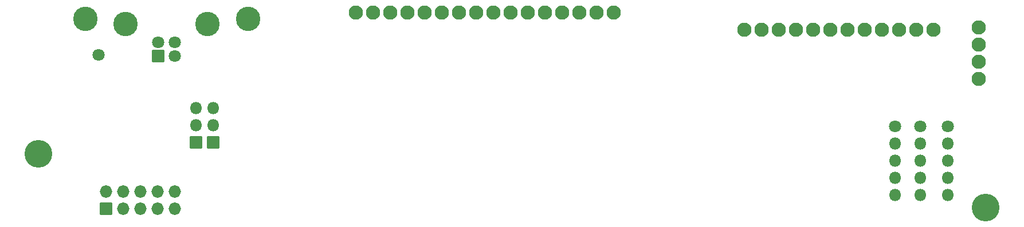
<source format=gbr>
G04 #@! TF.GenerationSoftware,KiCad,Pcbnew,7.0.1*
G04 #@! TF.CreationDate,2023-10-20T10:46:15+03:00*
G04 #@! TF.ProjectId,modelh,6d6f6465-6c68-42e6-9b69-6361645f7063,v0.1*
G04 #@! TF.SameCoordinates,Original*
G04 #@! TF.FileFunction,Soldermask,Bot*
G04 #@! TF.FilePolarity,Negative*
%FSLAX46Y46*%
G04 Gerber Fmt 4.6, Leading zero omitted, Abs format (unit mm)*
G04 Created by KiCad (PCBNEW 7.0.1) date 2023-10-20 10:46:15*
%MOMM*%
%LPD*%
G01*
G04 APERTURE LIST*
G04 Aperture macros list*
%AMRoundRect*
0 Rectangle with rounded corners*
0 $1 Rounding radius*
0 $2 $3 $4 $5 $6 $7 $8 $9 X,Y pos of 4 corners*
0 Add a 4 corners polygon primitive as box body*
4,1,4,$2,$3,$4,$5,$6,$7,$8,$9,$2,$3,0*
0 Add four circle primitives for the rounded corners*
1,1,$1+$1,$2,$3*
1,1,$1+$1,$4,$5*
1,1,$1+$1,$6,$7*
1,1,$1+$1,$8,$9*
0 Add four rect primitives between the rounded corners*
20,1,$1+$1,$2,$3,$4,$5,0*
20,1,$1+$1,$4,$5,$6,$7,0*
20,1,$1+$1,$6,$7,$8,$9,0*
20,1,$1+$1,$8,$9,$2,$3,0*%
G04 Aperture macros list end*
%ADD10C,2.101600*%
%ADD11C,3.601600*%
%ADD12C,4.101600*%
%ADD13RoundRect,0.050800X0.850000X-0.850000X0.850000X0.850000X-0.850000X0.850000X-0.850000X-0.850000X0*%
%ADD14C,1.801600*%
%ADD15RoundRect,0.050800X0.863600X-0.863600X0.863600X0.863600X-0.863600X0.863600X-0.863600X-0.863600X0*%
%ADD16O,1.828800X1.828800*%
%ADD17RoundRect,0.050800X0.850000X0.850000X-0.850000X0.850000X-0.850000X-0.850000X0.850000X-0.850000X0*%
%ADD18O,1.801600X1.801600*%
G04 APERTURE END LIST*
D10*
X208750000Y-53300000D03*
X208750000Y-55840000D03*
X208750000Y-58380000D03*
X208750000Y-60920000D03*
D11*
X76770000Y-51990000D03*
X100770000Y-51990000D03*
D12*
X69770000Y-71990000D03*
X209770000Y-79990000D03*
D13*
X87470000Y-57490000D03*
D14*
X89970000Y-57490000D03*
X89970000Y-55490000D03*
X87470000Y-55490000D03*
D11*
X82700000Y-52780000D03*
X94740000Y-52780000D03*
D15*
X79770000Y-80140000D03*
D16*
X79770000Y-77600000D03*
X82310000Y-80140000D03*
X82310000Y-77600000D03*
X84850000Y-80140000D03*
X84850000Y-77600000D03*
X87390000Y-80140000D03*
X87390000Y-77600000D03*
X89930000Y-80140000D03*
X89930000Y-77600000D03*
D17*
X95610000Y-70340000D03*
X93070000Y-70340000D03*
D18*
X95610000Y-67800000D03*
X93070000Y-67800000D03*
X95610000Y-65260000D03*
X93070000Y-65260000D03*
D14*
X204170000Y-67940000D03*
D18*
X204170000Y-70480000D03*
X204170000Y-73020000D03*
X204170000Y-75560000D03*
X204170000Y-78100000D03*
D14*
X200070000Y-67940000D03*
D18*
X200070000Y-70480000D03*
X200070000Y-73020000D03*
X200070000Y-75560000D03*
X200070000Y-78100000D03*
D14*
X196370000Y-67940000D03*
D18*
X196370000Y-70480000D03*
X196370000Y-73020000D03*
X196370000Y-75560000D03*
X196370000Y-78100000D03*
D10*
X174080000Y-53600000D03*
X176620000Y-53600000D03*
X179160000Y-53600000D03*
X181700000Y-53600000D03*
X184240000Y-53600000D03*
X186780000Y-53600000D03*
X189320000Y-53600000D03*
X191860000Y-53600000D03*
X194400000Y-53600000D03*
X196940000Y-53600000D03*
X199480000Y-53600000D03*
X202020000Y-53600000D03*
X116700000Y-51100000D03*
X119240000Y-51100000D03*
X121780000Y-51100000D03*
X124320000Y-51100000D03*
X126860000Y-51100000D03*
X129400000Y-51100000D03*
X131940000Y-51100000D03*
X134480000Y-51100000D03*
X137020000Y-51100000D03*
X139560000Y-51100000D03*
X142100000Y-51100000D03*
X144640000Y-51100000D03*
X147180000Y-51100000D03*
X149720000Y-51100000D03*
X152260000Y-51100000D03*
X154800000Y-51100000D03*
D14*
X78670000Y-57340000D03*
M02*

</source>
